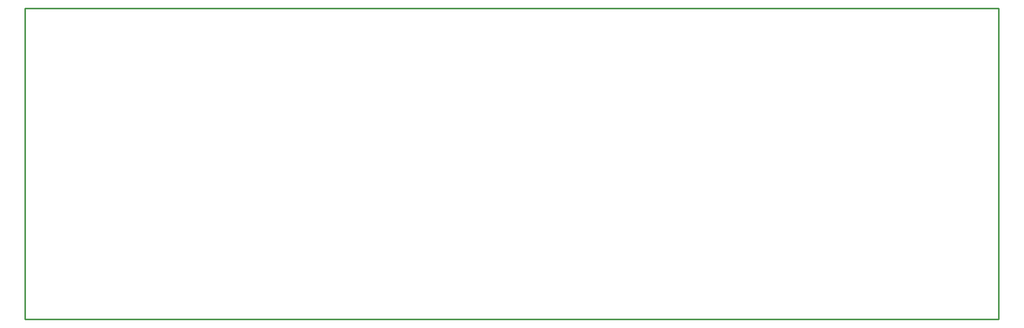
<source format=gbr>
G04 start of page 7 for group 13 layer_idx 6 *
G04 Title: (unknown), global outline *
G04 Creator: pcb-rnd 1.2.7 *
G04 CreationDate: 2018-01-15 01:10:50 UTC *
G04 For: newell *
G04 Format: Gerber/RS-274X *
G04 PCB-Dimensions: 625000 200000 *
G04 PCB-Coordinate-Origin: lower left *
%MOIN*%
%FSLAX25Y25*%
%LNOUTLINE*%
%ADD43C,0.0100*%
G54D43*X0Y200000D02*Y0D01*
Y200000D02*X625000D01*
X0Y0D02*X625000D01*
Y200000D02*Y0D01*
M02*

</source>
